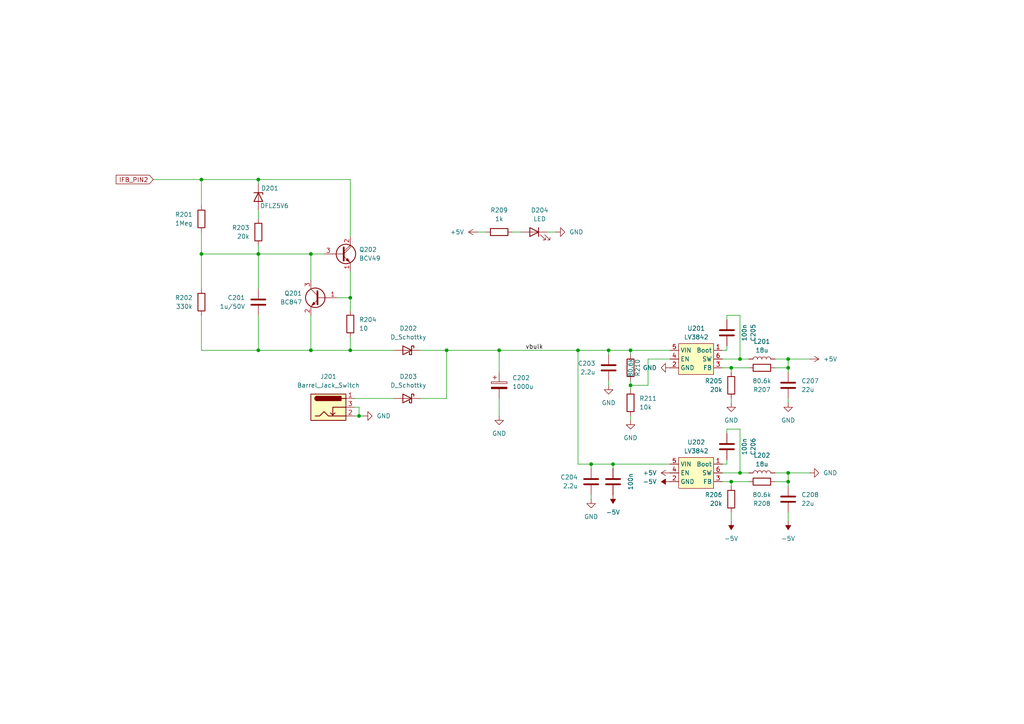
<source format=kicad_sch>
(kicad_sch (version 20250114) (generator "eeschema") (generator_version "9.0")
  (paper "A4")
  (lib_symbols
    (symbol "Connector:Barrel_Jack_Switch" (pin_names (hide yes))
      (property "Reference" "J" (at 0 5.334 0))
      (property "Value" "Barrel_Jack_Switch" (at 0 -5.08 0))
      (symbol "Barrel_Jack_Switch_0_1"
        (rectangle (start -5.08 3.81) (end 5.08 -3.81) (stroke (width 0.254)) (fill (type background)))
        (polyline (pts (xy -3.81 -2.54) (xy -2.54 -2.54) (xy -1.27 -1.27) (xy 0 -2.54) (xy 2.54 -2.54) (xy 5.08 -2.54)) (stroke (width 0.254)))
        (arc (start -3.302 1.905) (mid -3.9343 2.54) (end -3.302 3.175) (stroke (width 0.254)))
        (arc (start -3.302 1.905) (mid -3.9343 2.54) (end -3.302 3.175) (stroke (width 0.254)) (fill (type outline)))
        (polyline (pts (xy 1.27 -2.286) (xy 1.905 -1.651)) (stroke (width 0.254)))
        (rectangle (start 3.683 3.175) (end -3.302 1.905) (stroke (width 0.254)) (fill (type outline)))
        (polyline (pts (xy 5.08 2.54) (xy 3.81 2.54)) (stroke (width 0.254)))
        (polyline (pts (xy 5.08 0) (xy 1.27 0) (xy 1.27 -2.286) (xy 0.635 -1.651)) (stroke (width 0.254)))
      )
      (symbol "Barrel_Jack_Switch_1_1"
        (pin passive line (at 7.62 2.54 180) (length 2.54) (name "~") (number "1"))
        (pin passive line (at 7.62 0 180) (length 2.54) (name "~") (number "3"))
        (pin passive line (at 7.62 -2.54 180) (length 2.54) (name "~") (number "2"))
      )
    )
    (symbol "Device:C" (pin_numbers (hide yes)) (pin_names (offset 0.254))
      (property "Reference" "C" (at 0.635 2.54 0))
      (property "Value" "C" (at 0.635 -2.54 0))
      (symbol "C_0_1"
        (polyline (pts (xy -2.032 0.762) (xy 2.032 0.762)) (stroke (width 0.508)))
        (polyline (pts (xy -2.032 -0.762) (xy 2.032 -0.762)) (stroke (width 0.508)))
      )
      (symbol "C_1_1"
        (pin passive line (at 0 3.81 270) (length 2.794) (name "~") (number "1"))
        (pin passive line (at 0 -3.81 90) (length 2.794) (name "~") (number "2"))
      )
    )
    (symbol "Device:C_Polarized" (pin_numbers (hide yes)) (pin_names (offset 0.254))
      (property "Reference" "C" (at 0.635 2.54 0))
      (property "Value" "C_Polarized" (at 0.635 -2.54 0))
      (symbol "C_Polarized_0_1"
        (rectangle (start -2.286 0.508) (end 2.286 1.016))
        (polyline (pts (xy -1.778 2.286) (xy -0.762 2.286)))
        (polyline (pts (xy -1.27 2.794) (xy -1.27 1.778)))
        (rectangle (start 2.286 -0.508) (end -2.286 -1.016) (fill (type outline)))
      )
      (symbol "C_Polarized_1_1"
        (pin passive line (at 0 3.81 270) (length 2.794) (name "~") (number "1"))
        (pin passive line (at 0 -3.81 90) (length 2.794) (name "~") (number "2"))
      )
    )
    (symbol "Device:D_Schottky" (pin_numbers (hide yes)) (pin_names (offset 1.016) (hide yes))
      (property "Reference" "D" (at 0 2.54 0))
      (property "Value" "D_Schottky" (at 0 -2.54 0))
      (symbol "D_Schottky_0_1"
        (polyline (pts (xy -1.905 0.635) (xy -1.905 1.27) (xy -1.27 1.27) (xy -1.27 -1.27) (xy -0.635 -1.27) (xy -0.635 -0.635)) (stroke (width 0.254)))
        (polyline (pts (xy 1.27 1.27) (xy 1.27 -1.27) (xy -1.27 0) (xy 1.27 1.27)) (stroke (width 0.254)))
        (polyline (pts (xy 1.27 0) (xy -1.27 0)))
      )
      (symbol "D_Schottky_1_1"
        (pin passive line (at -3.81 0 0) (length 2.54) (name "K") (number "1"))
        (pin passive line (at 3.81 0 180) (length 2.54) (name "A") (number "2"))
      )
    )
    (symbol "Device:D_Zener" (pin_numbers (hide yes)) (pin_names (offset 1.016) (hide yes))
      (property "Reference" "D" (at 0 2.54 0))
      (property "Value" "D_Zener" (at 0 -2.54 0))
      (symbol "D_Zener_0_1"
        (polyline (pts (xy -1.27 -1.27) (xy -1.27 1.27) (xy -0.762 1.27)) (stroke (width 0.254)))
        (polyline (pts (xy 1.27 0) (xy -1.27 0)))
        (polyline (pts (xy 1.27 -1.27) (xy 1.27 1.27) (xy -1.27 0) (xy 1.27 -1.27)) (stroke (width 0.254)))
      )
      (symbol "D_Zener_1_1"
        (pin passive line (at -3.81 0 0) (length 2.54) (name "K") (number "1"))
        (pin passive line (at 3.81 0 180) (length 2.54) (name "A") (number "2"))
      )
    )
    (symbol "Device:L" (pin_numbers (hide yes)) (pin_names (offset 1.016) (hide yes))
      (property "Reference" "L" (at -1.27 0 90))
      (property "Value" "L" (at 1.905 0 90))
      (symbol "L_0_1"
        (arc (start 0 2.54) (mid 0.6323 1.905) (end 0 1.27))
        (arc (start 0 1.27) (mid 0.6323 0.635) (end 0 0))
        (arc (start 0 0) (mid 0.6323 -0.635) (end 0 -1.27))
        (arc (start 0 -1.27) (mid 0.6323 -1.905) (end 0 -2.54))
      )
      (symbol "L_1_1"
        (pin passive line (at 0 3.81 270) (length 1.27) (name "1") (number "1"))
        (pin passive line (at 0 -3.81 90) (length 1.27) (name "2") (number "2"))
      )
    )
    (symbol "Device:LED" (pin_numbers (hide yes)) (pin_names (offset 1.016) (hide yes))
      (property "Reference" "D" (at 0 2.54 0))
      (property "Value" "LED" (at 0 -2.54 0))
      (symbol "LED_0_1"
        (polyline (pts (xy -3.048 -0.762) (xy -4.572 -2.286) (xy -3.81 -2.286) (xy -4.572 -2.286) (xy -4.572 -1.524)))
        (polyline (pts (xy -1.778 -0.762) (xy -3.302 -2.286) (xy -2.54 -2.286) (xy -3.302 -2.286) (xy -3.302 -1.524)))
        (polyline (pts (xy -1.27 0) (xy 1.27 0)))
        (polyline (pts (xy -1.27 -1.27) (xy -1.27 1.27)) (stroke (width 0.254)))
        (polyline (pts (xy 1.27 -1.27) (xy 1.27 1.27) (xy -1.27 0) (xy 1.27 -1.27)) (stroke (width 0.254)))
      )
      (symbol "LED_1_1"
        (pin passive line (at -3.81 0 0) (length 2.54) (name "K") (number "1"))
        (pin passive line (at 3.81 0 180) (length 2.54) (name "A") (number "2"))
      )
    )
    (symbol "Device:Q_NPN" (pin_names (offset 0) (hide yes))
      (property "Reference" "Q2" (at 5.08 1.2701 0))
      (property "Value" "BC847" (at 5.08 -1.2699 0))
      (symbol "Q_NPN_0_1"
        (polyline (pts (xy -2.54 0) (xy 0.635 0)))
        (polyline (pts (xy 0.635 1.905) (xy 0.635 -1.905)) (stroke (width 0.508)))
        (polyline (pts (xy 0.635 0.635) (xy 2.54 2.54)))
        (polyline (pts (xy 0.635 -0.635) (xy 2.54 -2.54)))
        (circle (center 1.27 0) (radius 2.8194) (stroke (width 0.254)))
        (polyline (pts (xy 1.27 -1.778) (xy 1.778 -1.27) (xy 2.286 -2.286) (xy 1.27 -1.778)) (fill (type outline)))
      )
      (symbol "Q_NPN_1_1"
        (pin input line (at -5.08 0 0) (length 2.54) (name "B") (number "1"))
        (pin passive line (at 2.54 5.08 270) (length 2.54) (name "C") (number "3"))
        (pin passive line (at 2.54 -5.08 90) (length 2.54) (name "E") (number "2"))
      )
    )
    (symbol "Device:Q_NPN_Darlington" (pin_names (offset 0) (hide yes))
      (property "Reference" "Q1" (at 5.08 1.2701 0))
      (property "Value" "BCV49" (at 5.08 -1.2699 0))
      (symbol "Q_NPN_Darlington_0_1"
        (polyline (pts (xy -2.54 0) (xy 0.635 0)))
        (polyline (pts (xy 0.635 1.905) (xy 0.635 -1.905)) (stroke (width 0.508)))
        (polyline (pts (xy 0.635 0.635) (xy 2.54 2.54)))
        (polyline (pts (xy 0.635 0) (xy 2.54 1.905) (xy 2.54 2.54)))
        (polyline (pts (xy 0.635 -0.635) (xy 2.54 -2.54)))
        (circle (center 1.27 0) (radius 2.8194) (stroke (width 0.254)))
        (polyline (pts (xy 1.27 -1.778) (xy 1.778 -1.27) (xy 2.286 -2.286) (xy 1.27 -1.778)) (fill (type outline)))
      )
      (symbol "Q_NPN_Darlington_1_1"
        (pin input line (at -5.08 0 0) (length 2.54) (name "B") (number "3"))
        (pin passive line (at 2.54 5.08 270) (length 2.54) (name "C") (number "2"))
        (pin passive line (at 2.54 -5.08 90) (length 2.54) (name "E") (number "1"))
      )
    )
    (symbol "Device:R" (pin_numbers (hide yes)) (pin_names (offset 0))
      (property "Reference" "R" (at 2.032 0 90))
      (property "Value" "R" (at 0 0 90))
      (symbol "R_0_1"
        (rectangle (start -1.016 -2.54) (end 1.016 2.54) (stroke (width 0.254)))
      )
      (symbol "R_1_1"
        (pin passive line (at 0 3.81 270) (length 1.27) (name "~") (number "1"))
        (pin passive line (at 0 -3.81 90) (length 1.27) (name "~") (number "2"))
      )
    )
    (symbol "STEVEannouncer:LV3842"
      (property "Reference" "U" (at -4.572 5.588 0))
      (property "Value" "LV3842" (at 1.778 5.588 0))
      (symbol "LV3842_1_1"
        (rectangle (start -5.08 4.445) (end 5.08 -4.445) (fill (type background)))
        (pin power_in line (at -7.62 2.54 0) (length 2.54) (name "VIN") (number "5"))
        (pin input line (at -7.62 0 0) (length 2.54) (name "EN") (number "4"))
        (pin power_in line (at -7.62 -2.54 0) (length 2.54) (name "GND") (number "2"))
        (pin power_in line (at 7.62 2.54 180) (length 2.54) (name "Boot") (number "1"))
        (pin power_out line (at 7.62 0 180) (length 2.54) (name "SW") (number "6"))
        (pin input line (at 7.62 -2.54 180) (length 2.54) (name "FB") (number "3"))
      )
    )
    (symbol "power:+5V" (power) (pin_numbers (hide yes)) (pin_names (offset 0) (hide yes))
      (property "Value" "+5V" (at 0 3.556 0))
      (symbol "+5V_0_1"
        (polyline (pts (xy -0.762 1.27) (xy 0 2.54)))
        (polyline (pts (xy 0 2.54) (xy 0.762 1.27)))
        (polyline (pts (xy 0 0) (xy 0 2.54)))
      )
      (symbol "+5V_1_1"
        (pin power_in line (at 0 0 90) (length 0) (name "~") (number "1"))
      )
    )
    (symbol "power:-5V" (power) (pin_numbers (hide yes)) (pin_names (offset 0) (hide yes))
      (property "Value" "-5V" (at 0 3.556 0))
      (symbol "-5V_0_0"
        (pin power_in line (at 0 0 90) (length 0) (name "~") (number "1"))
      )
      (symbol "-5V_0_1"
        (polyline (pts (xy 0 0) (xy 0 1.27) (xy 0.762 1.27) (xy 0 2.54) (xy -0.762 1.27) (xy 0 1.27)) (fill (type outline)))
      )
    )
    (symbol "power:GND" (power) (pin_numbers (hide yes)) (pin_names (offset 0) (hide yes))
      (property "Value" "GND" (at 0 -3.81 0))
      (symbol "GND_0_1"
        (polyline (pts (xy 0 0) (xy 0 -1.27) (xy 1.27 -1.27) (xy 0 -2.54) (xy -1.27 -1.27) (xy 0 -1.27)))
      )
      (symbol "GND_1_1"
        (pin power_in line (at 0 0 270) (length 0) (name "~") (number "1"))
      )
    )
  )
  (junction (at 104.14 120.65))
  (junction (at 177.8 134.62))
  (junction (at 182.88 101.6))
  (junction (at 228.6 106.68))
  (junction (at 144.78 101.6))
  (junction (at 212.09 139.7))
  (junction (at 228.6 139.7))
  (junction (at 74.93 73.66))
  (junction (at 228.6 137.16))
  (junction (at 90.17 73.66))
  (junction (at 214.63 104.14))
  (junction (at 129.54 101.6))
  (junction (at 182.88 111.76))
  (junction (at 101.6 101.6))
  (junction (at 101.6 86.36))
  (junction (at 58.42 73.66))
  (junction (at 74.93 101.6))
  (junction (at 74.93 52.07))
  (junction (at 228.6 104.14))
  (junction (at 214.63 137.16))
  (junction (at 90.17 101.6))
  (junction (at 176.53 101.6))
  (junction (at 171.45 134.62))
  (junction (at 167.64 101.6))
  (junction (at 58.42 52.07))
  (junction (at 212.09 106.68))
  (wire (pts (xy 210.82 91.44) (xy 210.82 92.71)))
  (wire (pts (xy 182.88 101.6) (xy 182.88 102.87)))
  (wire (pts (xy 228.6 137.16) (xy 228.6 139.7)))
  (wire (pts (xy 121.92 115.57) (xy 129.54 115.57)))
  (wire (pts (xy 177.8 134.62) (xy 194.31 134.62)))
  (wire (pts (xy 228.6 137.16) (xy 224.79 137.16)))
  (wire (pts (xy 102.87 120.65) (xy 104.14 120.65)))
  (wire (pts (xy 90.17 91.44) (xy 90.17 101.6)))
  (wire (pts (xy 90.17 73.66) (xy 74.93 73.66)))
  (wire (pts (xy 121.92 101.6) (xy 129.54 101.6)))
  (wire (pts (xy 228.6 139.7) (xy 224.79 139.7)))
  (wire (pts (xy 101.6 101.6) (xy 114.3 101.6)))
  (wire (pts (xy 104.14 118.11) (xy 104.14 120.65)))
  (wire (pts (xy 210.82 124.46) (xy 210.82 125.73)))
  (wire (pts (xy 212.09 148.59) (xy 212.09 151.13)))
  (wire (pts (xy 217.17 104.14) (xy 214.63 104.14)))
  (wire (pts (xy 138.43 67.31) (xy 140.97 67.31)))
  (wire (pts (xy 90.17 81.28) (xy 90.17 73.66)))
  (wire (pts (xy 101.6 97.79) (xy 101.6 101.6)))
  (wire (pts (xy 187.96 104.14) (xy 187.96 111.76)))
  (wire (pts (xy 74.93 52.07) (xy 74.93 53.34)))
  (wire (pts (xy 171.45 143.51) (xy 171.45 144.78)))
  (wire (pts (xy 158.75 67.31) (xy 161.29 67.31)))
  (wire (pts (xy 210.82 100.33) (xy 210.82 101.6)))
  (wire (pts (xy 209.55 101.6) (xy 210.82 101.6)))
  (wire (pts (xy 228.6 104.14) (xy 224.79 104.14)))
  (wire (pts (xy 187.96 111.76) (xy 182.88 111.76)))
  (wire (pts (xy 182.88 121.92) (xy 182.88 120.65)))
  (wire (pts (xy 101.6 52.07) (xy 101.6 68.58)))
  (wire (pts (xy 228.6 106.68) (xy 224.79 106.68)))
  (wire (pts (xy 182.88 110.49) (xy 182.88 111.76)))
  (wire (pts (xy 102.87 115.57) (xy 114.3 115.57)))
  (wire (pts (xy 101.6 86.36) (xy 101.6 90.17)))
  (wire (pts (xy 93.98 73.66) (xy 90.17 73.66)))
  (wire (pts (xy 58.42 52.07) (xy 74.93 52.07)))
  (wire (pts (xy 58.42 73.66) (xy 58.42 83.82)))
  (wire (pts (xy 214.63 104.14) (xy 214.63 91.44)))
  (wire (pts (xy 148.59 67.31) (xy 151.13 67.31)))
  (wire (pts (xy 228.6 104.14) (xy 234.95 104.14)))
  (wire (pts (xy 182.88 113.03) (xy 182.88 111.76)))
  (wire (pts (xy 171.45 134.62) (xy 177.8 134.62)))
  (wire (pts (xy 58.42 73.66) (xy 58.42 67.31)))
  (wire (pts (xy 129.54 101.6) (xy 129.54 115.57)))
  (wire (pts (xy 58.42 73.66) (xy 74.93 73.66)))
  (wire (pts (xy 90.17 101.6) (xy 101.6 101.6)))
  (wire (pts (xy 228.6 106.68) (xy 228.6 107.95)))
  (wire (pts (xy 212.09 139.7) (xy 212.09 140.97)))
  (wire (pts (xy 212.09 115.57) (xy 212.09 116.84)))
  (wire (pts (xy 182.88 101.6) (xy 194.31 101.6)))
  (wire (pts (xy 214.63 91.44) (xy 210.82 91.44)))
  (wire (pts (xy 74.93 91.44) (xy 74.93 101.6)))
  (wire (pts (xy 176.53 110.49) (xy 176.53 111.76)))
  (wire (pts (xy 167.64 101.6) (xy 167.64 134.62)))
  (wire (pts (xy 217.17 106.68) (xy 212.09 106.68)))
  (wire (pts (xy 228.6 139.7) (xy 228.6 140.97)))
  (wire (pts (xy 212.09 106.68) (xy 212.09 107.95)))
  (wire (pts (xy 58.42 59.69) (xy 58.42 52.07)))
  (wire (pts (xy 171.45 134.62) (xy 171.45 135.89)))
  (wire (pts (xy 187.96 104.14) (xy 194.31 104.14)))
  (wire (pts (xy 176.53 101.6) (xy 176.53 102.87)))
  (wire (pts (xy 58.42 91.44) (xy 58.42 101.6)))
  (wire (pts (xy 167.64 134.62) (xy 171.45 134.62)))
  (wire (pts (xy 144.78 101.6) (xy 167.64 101.6)))
  (wire (pts (xy 228.6 115.57) (xy 228.6 116.84)))
  (wire (pts (xy 212.09 139.7) (xy 209.55 139.7)))
  (wire (pts (xy 74.93 71.12) (xy 74.93 73.66)))
  (wire (pts (xy 176.53 101.6) (xy 182.88 101.6)))
  (wire (pts (xy 74.93 73.66) (xy 74.93 83.82)))
  (wire (pts (xy 228.6 137.16) (xy 234.95 137.16)))
  (wire (pts (xy 167.64 101.6) (xy 176.53 101.6)))
  (wire (pts (xy 209.55 134.62) (xy 210.82 134.62)))
  (wire (pts (xy 74.93 52.07) (xy 101.6 52.07)))
  (wire (pts (xy 144.78 107.95) (xy 144.78 101.6)))
  (wire (pts (xy 74.93 101.6) (xy 90.17 101.6)))
  (wire (pts (xy 214.63 124.46) (xy 210.82 124.46)))
  (wire (pts (xy 209.55 137.16) (xy 214.63 137.16)))
  (wire (pts (xy 228.6 104.14) (xy 228.6 106.68)))
  (wire (pts (xy 228.6 148.59) (xy 228.6 151.13)))
  (wire (pts (xy 144.78 120.65) (xy 144.78 115.57)))
  (wire (pts (xy 129.54 101.6) (xy 144.78 101.6)))
  (wire (pts (xy 210.82 133.35) (xy 210.82 134.62)))
  (wire (pts (xy 217.17 137.16) (xy 214.63 137.16)))
  (wire (pts (xy 102.87 118.11) (xy 104.14 118.11)))
  (wire (pts (xy 177.8 135.89) (xy 177.8 134.62)))
  (wire (pts (xy 217.17 139.7) (xy 212.09 139.7)))
  (wire (pts (xy 58.42 101.6) (xy 74.93 101.6)))
  (wire (pts (xy 101.6 78.74) (xy 101.6 86.36)))
  (wire (pts (xy 209.55 104.14) (xy 214.63 104.14)))
  (wire (pts (xy 212.09 106.68) (xy 209.55 106.68)))
  (wire (pts (xy 104.14 120.65) (xy 105.41 120.65)))
  (wire (pts (xy 214.63 137.16) (xy 214.63 124.46)))
  (wire (pts (xy 101.6 86.36) (xy 97.79 86.36)))
  (wire (pts (xy 44.45 52.07) (xy 58.42 52.07)))
  (wire (pts (xy 74.93 60.96) (xy 74.93 63.5)))
  (label "vbulk" (at 152.4 101.6 0))
  (global_label "IFB_PIN2" (shape input) (at 44.45 52.07 180) (property "Intersheetrefs" "${INTERSHEET_REFS}" (effects (hide yes))))
  (symbol (lib_id "Device:R") (at 212.09 111.76 0) (mirror y) (unit 1)
    (property "Reference" "R205" (at 209.55 110.4899 0) (effects (justify left)))
    (property "Value" "20k" (at 209.55 113.0299 0) (effects (justify left)))
    (property "Footprint" "Resistor_SMD:R_0402_1005Metric" (effects (hide yes)))
    (property "Description" "Resistor" (effects (hide yes)))
    (property "Mouser Part Number" "603-RC0402FR-1320KL" (effects (hide yes)))
  )
  (symbol (lib_id "Device:C") (at 228.6 111.76 0) (unit 1)
    (property "Reference" "C207" (at 232.41 110.4899 0) (effects (justify left)))
    (property "Value" "22u" (at 232.41 113.0299 0) (effects (justify left)))
    (property "Footprint" "Capacitor_SMD:C_1206_3216Metric" (effects (hide yes)))
    (property "Description" "Unpolarized capacitor" (effects (hide yes)))
    (property "Mouser Part Number" "791-1206X226K100CT" (effects (hide yes)))
  )
  (symbol (lib_id "power:GND") (at 161.29 67.31 90) (unit 1)
    (property "Reference" "#PWR0215" (effects (hide yes)))
    (property "Value" "GND" (at 165.1 67.3099 90) (effects (justify right)))
    (property "Description" "Power symbol creates a global label with name \"GND\" , ground" (effects (hide yes)))
  )
  (symbol (lib_id "Device:C") (at 74.93 87.63 0) (mirror y) (unit 1)
    (property "Reference" "C201" (at 71.12 86.3599 0) (effects (justify left)))
    (property "Value" "1u/50V" (at 71.12 88.8999 0) (effects (justify left)))
    (property "Footprint" "Capacitor_SMD:C_0402_1005Metric" (effects (hide yes)))
    (property "Description" "Unpolarized capacitor" (effects (hide yes)))
    (property "Mouser Part Number" "81-GRM155R61H105KE5D" (effects (hide yes)))
  )
  (symbol (lib_id "Device:Q_NPN") (at 92.71 86.36 0) (mirror y) (unit 1)
    (property "Reference" "Q201" (at 87.63 85.0899 0) (effects (justify left)))
    (property "Value" "BC847" (at 87.63 87.6299 0) (effects (justify left)))
    (property "Footprint" "Package_TO_SOT_SMD:SOT-523" (effects (hide yes)))
    (property "Description" "NPN bipolar junction transistor" (effects (hide yes)))
    (property "Mouser Part Number" "621-BC847CT-7-F" (effects (hide yes)))
  )
  (symbol (lib_id "Device:R") (at 212.09 144.78 0) (mirror y) (unit 1)
    (property "Reference" "R206" (at 209.55 143.5099 0) (effects (justify left)))
    (property "Value" "20k" (at 209.55 146.0499 0) (effects (justify left)))
    (property "Footprint" "Resistor_SMD:R_0402_1005Metric" (effects (hide yes)))
    (property "Description" "Resistor" (effects (hide yes)))
    (property "Mouser Part Number" "603-RC0402FR-1320KL" (effects (hide yes)))
  )
  (symbol (lib_id "Device:R") (at 74.93 67.31 0) (mirror y) (unit 1)
    (property "Reference" "R203" (at 72.39 66.0399 0) (effects (justify left)))
    (property "Value" "20k" (at 72.39 68.5799 0) (effects (justify left)))
    (property "Footprint" "Resistor_SMD:R_0402_1005Metric" (effects (hide yes)))
    (property "Description" "Resistor" (effects (hide yes)))
    (property "Mouser Part Number" "603-RC0402FR-1320KL" (effects (hide yes)))
  )
  (symbol (lib_id "Device:R") (at 144.78 67.31 90) (unit 1)
    (property "Reference" "R209" (at 144.78 60.96 90))
    (property "Value" "1k" (at 144.78 63.5 90))
    (property "Footprint" "Resistor_SMD:R_0402_1005Metric" (effects (hide yes)))
    (property "Description" "Resistor" (effects (hide yes)))
    (property "Mouser Part Number" "708-RMCF0402FT1K00" (effects (hide yes)))
  )
  (symbol (lib_id "Device:L") (at 220.98 137.16 90) (unit 1)
    (property "Reference" "L202" (at 220.98 132.08 90))
    (property "Value" "18u" (at 220.98 134.62 90))
    (property "Footprint" "STEVEannouncer:Inductor 3012" (effects (hide yes)))
    (property "Description" "Inductor" (effects (hide yes)))
    (property "Mouser Part Number" "652-SRN3015BTA-180M" (effects (hide yes)))
  )
  (symbol (lib_id "power:GND") (at 176.53 111.76 0) (unit 1)
    (property "Reference" "#PWR0203" (effects (hide yes)))
    (property "Value" "GND" (at 176.53 116.84 0))
    (property "Description" "Power symbol creates a global label with name \"GND\" , ground" (effects (hide yes)))
  )
  (symbol (lib_id "Device:D_Zener") (at 74.93 57.15 270) (unit 1)
    (property "Reference" "D201" (at 75.692 54.61 90) (effects (justify left)))
    (property "Value" "DFLZ5V6" (at 75.438 59.69 90) (effects (justify left)))
    (property "Footprint" "Diode_SMD:D_PowerDI-123" (effects (hide yes)))
    (property "Description" "Zener diode" (effects (hide yes)))
    (property "Mouser Part Number" "621-DFLZ5V6-7" (effects (hide yes)))
    (property "Gearlabs Part Number" "D-Zener-5V6-123-2" (effects (hide yes)))
  )
  (symbol (lib_id "Device:C") (at 210.82 129.54 180) (unit 1)
    (property "Reference" "C206" (at 218.44 129.54 90))
    (property "Value" "100n" (at 215.9 129.54 90))
    (property "Footprint" "Capacitor_SMD:C_0402_1005Metric" (effects (hide yes)))
    (property "Description" "Unpolarized capacitor" (effects (hide yes)))
    (property "Mouser Part Number" "81-GRM155R62A104KE4D" (effects (hide yes)))
  )
  (symbol (lib_id "STEVEannouncer:LV3842") (at 201.93 137.16 0) (unit 1)
    (property "Reference" "U202" (at 201.93 128.27 0))
    (property "Value" "LV3842" (at 201.93 130.81 0))
    (property "Footprint" "STEVEannouncer:SOT-23-6" (effects (hide yes)))
    (property "Datasheet" "https://www.ti.com/lit/ds/symlink/lv3842.pdf" (effects (hide yes)))
    (property "Mouser Part Number" "595-LV3842XDBVR" (effects (hide yes)))
  )
  (symbol (lib_id "power:-5V") (at 212.09 151.13 180) (unit 1)
    (property "Reference" "#PWR0208" (effects (hide yes)))
    (property "Value" "-5V" (at 212.09 156.21 0))
    (property "Description" "Power symbol creates a global label with name \"-5V\"" (effects (hide yes)))
  )
  (symbol (lib_id "Connector:Barrel_Jack_Switch") (at 95.25 118.11 0) (unit 1)
    (property "Reference" "J201" (at 95.25 109.22 0))
    (property "Value" "Barrel_Jack_Switch" (at 95.25 111.76 0))
    (property "Footprint" "STEVEannouncer:Barrel Jack" (effects (hide yes)))
    (property "Description" "DC Barrel Jack with an internal switch" (effects (hide yes)))
    (property "Mouser Part Number" "502-L721RALP" (effects (hide yes)))
  )
  (symbol (lib_id "power:GND") (at 228.6 116.84 0) (unit 1)
    (property "Reference" "#PWR0209" (effects (hide yes)))
    (property "Value" "GND" (at 228.6 121.92 0))
    (property "Description" "Power symbol creates a global label with name \"GND\" , ground" (effects (hide yes)))
  )
  (symbol (lib_id "Device:C") (at 176.53 106.68 0) (mirror y) (unit 1)
    (property "Reference" "C203" (at 172.72 105.4099 0) (effects (justify left)))
    (property "Value" "2.2u" (at 172.72 107.9499 0) (effects (justify left)))
    (property "Footprint" "Capacitor_SMD:C_0603_1608Metric" (effects (hide yes)))
    (property "Description" "Unpolarized capacitor" (effects (hide yes)))
    (property "Mouser Part Number" "81-GRT188R61H225KE3D" (effects (hide yes)))
  )
  (symbol (lib_id "Device:C") (at 171.45 139.7 0) (mirror y) (unit 1)
    (property "Reference" "C204" (at 167.64 138.4299 0) (effects (justify left)))
    (property "Value" "2.2u" (at 167.64 140.9699 0) (effects (justify left)))
    (property "Footprint" "Capacitor_SMD:C_0603_1608Metric" (effects (hide yes)))
    (property "Description" "Unpolarized capacitor" (effects (hide yes)))
    (property "Mouser Part Number" "81-GRT188R61H225KE3D" (effects (hide yes)))
  )
  (symbol (lib_id "power:GND") (at 171.45 144.78 0) (unit 1)
    (property "Reference" "#PWR0204" (effects (hide yes)))
    (property "Value" "GND" (at 171.45 149.86 0))
    (property "Description" "Power symbol creates a global label with name \"GND\" , ground" (effects (hide yes)))
  )
  (symbol (lib_id "Device:C") (at 228.6 144.78 0) (unit 1)
    (property "Reference" "C208" (at 232.41 143.5099 0) (effects (justify left)))
    (property "Value" "22u" (at 232.41 146.0499 0) (effects (justify left)))
    (property "Footprint" "Capacitor_SMD:C_1206_3216Metric" (effects (hide yes)))
    (property "Description" "Unpolarized capacitor" (effects (hide yes)))
    (property "Mouser Part Number" "791-1206X226K100CT" (effects (hide yes)))
  )
  (symbol (lib_id "Device:R") (at 220.98 139.7 90) (unit 1)
    (property "Reference" "R208" (at 220.98 146.05 90))
    (property "Value" "80.6k" (at 220.98 143.51 90))
    (property "Footprint" "Resistor_SMD:R_0402_1005Metric" (effects (hide yes)))
    (property "Description" "Resistor" (effects (hide yes)))
    (property "Mouser Part Number" "652-CR0402-FX8062GLF" (effects (hide yes)))
  )
  (symbol (lib_id "power:GND") (at 105.41 120.65 90) (unit 1)
    (property "Reference" "#PWR0201" (effects (hide yes)))
    (property "Value" "GND" (at 109.22 120.6499 90) (effects (justify right)))
    (property "Description" "Power symbol creates a global label with name \"GND\" , ground" (effects (hide yes)))
  )
  (symbol (lib_id "power:-5V") (at 194.31 139.7 90) (mirror x) (unit 1)
    (property "Reference" "#PWR0206" (effects (hide yes)))
    (property "Value" "-5V" (at 190.5 139.6999 90) (effects (justify left)))
    (property "Description" "Power symbol creates a global label with name \"-5V\"" (effects (hide yes)))
  )
  (symbol (lib_id "Device:R") (at 58.42 63.5 0) (mirror y) (unit 1)
    (property "Reference" "R201" (at 55.88 62.2299 0) (effects (justify left)))
    (property "Value" "1Meg" (at 55.88 64.7699 0) (effects (justify left)))
    (property "Footprint" "Resistor_SMD:R_0402_1005Metric" (effects (hide yes)))
    (property "Description" "Resistor" (effects (hide yes)))
    (property "Mouser Part Number" "603-RC0402FR-7W1ML" (effects (hide yes)))
  )
  (symbol (lib_id "Device:LED") (at 154.94 67.31 0) (mirror y) (unit 1)
    (property "Reference" "D204" (at 156.5275 60.96 0))
    (property "Value" "LED" (at 156.5275 63.5 0))
    (property "Footprint" "LED_SMD:LED_0603_1608Metric" (effects (hide yes)))
    (property "Description" "Light emitting diode" (effects (hide yes)))
    (property "Sim.Pins" "1=K 2=A" (effects (hide yes)))
    (property "Mouser Part Number" "859-LTST-C191KRKT" (effects (hide yes)))
  )
  (symbol (lib_id "STEVEannouncer:LV3842") (at 201.93 104.14 0) (unit 1)
    (property "Reference" "U201" (at 201.93 95.25 0))
    (property "Value" "LV3842" (at 201.93 97.79 0))
    (property "Footprint" "STEVEannouncer:SOT-23-6" (effects (hide yes)))
    (property "Datasheet" "https://www.ti.com/lit/ds/symlink/lv3842.pdf" (effects (hide yes)))
    (property "Mouser Part Number" "595-LV3842XDBVR" (effects (hide yes)))
  )
  (symbol (lib_id "Device:D_Schottky") (at 118.11 115.57 0) (mirror y) (unit 1)
    (property "Reference" "D203" (at 118.4275 109.22 0))
    (property "Value" "D_Schottky" (at 118.4275 111.76 0))
    (property "Footprint" "Diode_SMD:D_SOD-523" (effects (hide yes)))
    (property "Description" "Schottky diode" (effects (hide yes)))
    (property "Mouser Part Number" "755-RB510SM-40T2R" (effects (hide yes)))
  )
  (symbol (lib_id "Device:Q_NPN_Darlington") (at 99.06 73.66 0) (unit 1)
    (property "Reference" "Q202" (at 104.14 72.3899 0) (effects (justify left)))
    (property "Value" "BCV49" (at 104.14 74.9299 0) (effects (justify left)))
    (property "Footprint" "Package_TO_SOT_SMD:SOT-89-3" (effects (hide yes)))
    (property "Description" "NPN Darlington  bipolar junction transistor" (effects (hide yes)))
    (property "Mouser Part Number" "771-BCV49135" (effects (hide yes)))
  )
  (symbol (lib_id "power:GND") (at 182.88 121.92 0) (unit 1)
    (property "Reference" "#PWR0216" (effects (hide yes)))
    (property "Value" "GND" (at 182.88 127 0))
    (property "Description" "Power symbol creates a global label with name \"GND\" , ground" (effects (hide yes)))
  )
  (symbol (lib_id "power:+5V") (at 138.43 67.31 90) (unit 1)
    (property "Reference" "#PWR0214" (effects (hide yes)))
    (property "Value" "+5V" (at 134.62 67.3099 90) (effects (justify left)))
    (property "Description" "Power symbol creates a global label with name \"+5V\"" (effects (hide yes)))
  )
  (symbol (lib_id "power:-5V") (at 228.6 151.13 180) (unit 1)
    (property "Reference" "#PWR0210" (effects (hide yes)))
    (property "Value" "-5V" (at 228.6 156.21 0))
    (property "Description" "Power symbol creates a global label with name \"-5V\"" (effects (hide yes)))
  )
  (symbol (lib_id "Device:L") (at 220.98 104.14 90) (unit 1)
    (property "Reference" "L201" (at 220.98 99.06 90))
    (property "Value" "18u" (at 220.98 101.6 90))
    (property "Footprint" "STEVEannouncer:Inductor 3012" (effects (hide yes)))
    (property "Description" "Inductor" (effects (hide yes)))
    (property "Mouser Part Number" "652-SRN3015BTA-180M" (effects (hide yes)))
  )
  (symbol (lib_id "power:+5V") (at 194.31 137.16 90) (mirror x) (unit 1)
    (property "Reference" "#PWR0217" (effects (hide yes)))
    (property "Value" "+5V" (at 190.5 137.1599 90) (effects (justify left)))
    (property "Description" "Power symbol creates a global label with name \"+5V\"" (effects (hide yes)))
  )
  (symbol (lib_id "power:GND") (at 212.09 116.84 0) (unit 1)
    (property "Reference" "#PWR0207" (effects (hide yes)))
    (property "Value" "GND" (at 212.09 121.92 0))
    (property "Description" "Power symbol creates a global label with name \"GND\" , ground" (effects (hide yes)))
  )
  (symbol (lib_id "power:GND") (at 194.31 106.68 270) (unit 1)
    (property "Reference" "#PWR0205" (effects (hide yes)))
    (property "Value" "GND" (at 190.5 106.6799 90) (effects (justify right)))
    (property "Description" "Power symbol creates a global label with name \"GND\" , ground" (effects (hide yes)))
  )
  (symbol (lib_id "Device:R") (at 101.6 93.98 0) (unit 1)
    (property "Reference" "R204" (at 104.14 92.7099 0) (effects (justify left)))
    (property "Value" "10" (at 104.14 95.2499 0) (effects (justify left)))
    (property "Footprint" "Resistor_SMD:R_1206_3216Metric" (effects (hide yes)))
    (property "Description" "Resistor" (effects (hide yes)))
    (property "Mouser Part Number" "652-CR1206-JW-100ELF" (effects (hide yes)))
  )
  (symbol (lib_id "Device:R") (at 58.42 87.63 0) (mirror y) (unit 1)
    (property "Reference" "R202" (at 55.88 86.3599 0) (effects (justify left)))
    (property "Value" "330k" (at 55.88 88.8999 0) (effects (justify left)))
    (property "Footprint" "Resistor_SMD:R_0402_1005Metric" (effects (hide yes)))
    (property "Description" "Resistor" (effects (hide yes)))
    (property "Mouser Part Number" "603-RC0402FR-13330KL" (effects (hide yes)))
  )
  (symbol (lib_id "Device:C") (at 177.8 139.7 180) (unit 1)
    (property "Reference" "C209" (effects (hide yes)))
    (property "Value" "100n" (at 182.88 139.7 90))
    (property "Footprint" "Capacitor_SMD:C_0402_1005Metric" (effects (hide yes)))
    (property "Description" "Unpolarized capacitor" (effects (hide yes)))
    (property "Mouser Part Number" "81-GRM155R62A104KE4D" (effects (hide yes)))
  )
  (symbol (lib_id "Device:R") (at 182.88 106.68 180) (unit 1)
    (property "Reference" "R210" (at 184.912 106.68 90))
    (property "Value" "80.6k" (at 182.88 106.68 90))
    (property "Footprint" "Resistor_SMD:R_0402_1005Metric" (effects (hide yes)))
    (property "Description" "Resistor" (effects (hide yes)))
  )
  (symbol (lib_id "power:GND") (at 234.95 137.16 90) (unit 1)
    (property "Reference" "#PWR0212" (effects (hide yes)))
    (property "Value" "GND" (at 238.76 137.1599 90) (effects (justify right)))
    (property "Description" "Power symbol creates a global label with name \"GND\" , ground" (effects (hide yes)))
  )
  (symbol (lib_id "Device:R") (at 220.98 106.68 90) (unit 1)
    (property "Reference" "R207" (at 220.98 113.03 90))
    (property "Value" "80.6k" (at 220.98 110.49 90))
    (property "Footprint" "Resistor_SMD:R_0402_1005Metric" (effects (hide yes)))
    (property "Description" "Resistor" (effects (hide yes)))
    (property "Mouser Part Number" "652-CR0402-FX8062GLF" (effects (hide yes)))
  )
  (symbol (lib_id "Device:R") (at 182.88 116.84 180) (unit 1)
    (property "Reference" "R211" (at 185.42 115.5699 0) (effects (justify right)))
    (property "Value" "10k" (at 185.42 118.1099 0) (effects (justify right)))
    (property "Footprint" "Resistor_SMD:R_0402_1005Metric" (effects (hide yes)))
    (property "Description" "Resistor" (effects (hide yes)))
  )
  (symbol (lib_id "Device:C") (at 210.82 96.52 180) (unit 1)
    (property "Reference" "C205" (at 218.44 96.52 90))
    (property "Value" "100n" (at 215.9 96.52 90))
    (property "Footprint" "Capacitor_SMD:C_0402_1005Metric" (effects (hide yes)))
    (property "Description" "Unpolarized capacitor" (effects (hide yes)))
    (property "Mouser Part Number" "81-GRM155R62A104KE4D" (effects (hide yes)))
  )
  (symbol (lib_id "power:+5V") (at 234.95 104.14 270) (unit 1)
    (property "Reference" "#PWR0211" (effects (hide yes)))
    (property "Value" "+5V" (at 238.76 104.1399 90) (effects (justify left)))
    (property "Description" "Power symbol creates a global label with name \"+5V\"" (effects (hide yes)))
  )
  (symbol (lib_id "Device:D_Schottky") (at 118.11 101.6 0) (mirror y) (unit 1)
    (property "Reference" "D202" (at 118.4275 95.25 0))
    (property "Value" "D_Schottky" (at 118.4275 97.79 0))
    (property "Footprint" "Diode_SMD:D_SOD-523" (effects (hide yes)))
    (property "Description" "Schottky diode" (effects (hide yes)))
    (property "Mouser Part Number" "755-RB510SM-40T2R" (effects (hide yes)))
  )
  (symbol (lib_id "power:GND") (at 144.78 120.65 0) (unit 1)
    (property "Reference" "#PWR0202" (effects (hide yes)))
    (property "Value" "GND" (at 144.78 125.73 0))
    (property "Description" "Power symbol creates a global label with name \"GND\" , ground" (effects (hide yes)))
  )
  (symbol (lib_id "power:-5V") (at 177.8 143.51 0) (mirror x) (unit 1)
    (property "Reference" "#PWR0213" (effects (hide yes)))
    (property "Value" "-5V" (at 177.8 148.59 0))
    (property "Description" "Power symbol creates a global label with name \"-5V\"" (effects (hide yes)))
  )
  (symbol (lib_id "Device:C_Polarized") (at 144.78 111.76 0) (unit 1)
    (property "Reference" "C202" (at 148.59 109.6009 0) (effects (justify left)))
    (property "Value" "1000u" (at 148.59 112.1409 0) (effects (justify left)))
    (property "Footprint" "Capacitor_SMD:CP_Elec_16x17.5" (effects (hide yes)))
    (property "Description" "Polarized capacitor" (effects (hide yes)))
    (property "Mouser Part Number" "667-EEV-FK1H102M" (effects (hide yes)))
  )
)
</source>
